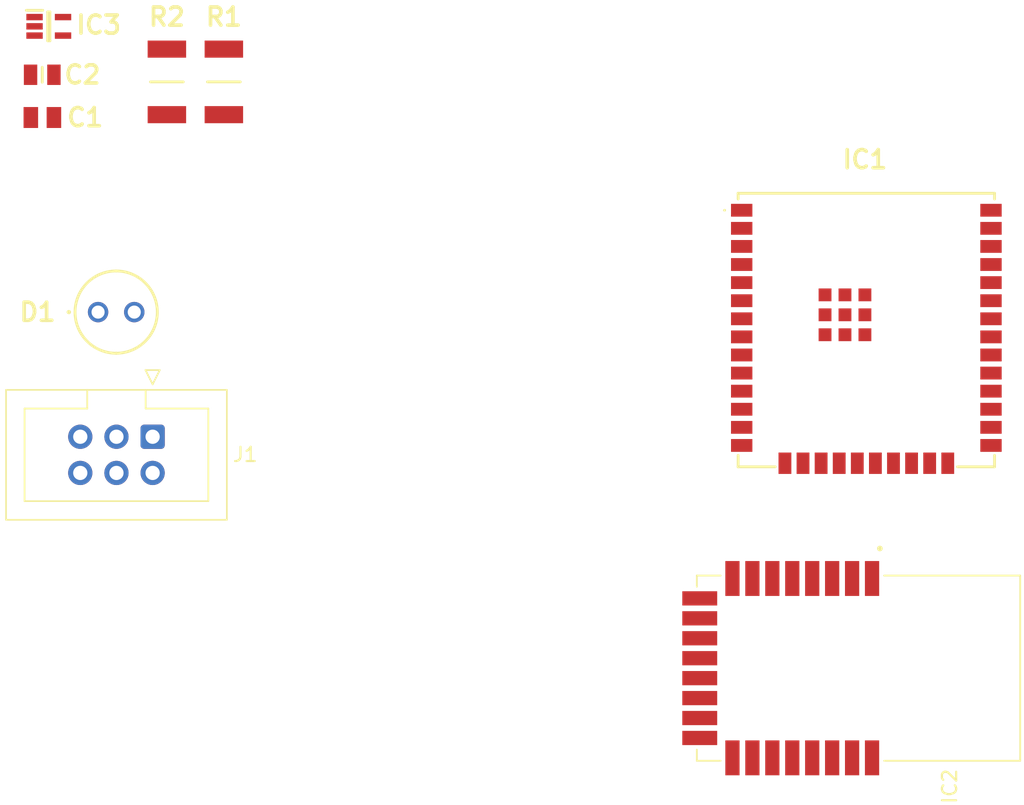
<source format=kicad_pcb>
(kicad_pcb (version 20221018) (generator pcbnew)
  (layers (0 "F.Cu" signal) (31 "B.Cu" signal) (34 "B.Paste" user) (35 "F.Paste" user) (36 "B.SilkS" user "B.Silkscreen") (37 "F.SilkS" user "F.Silkscreen") (38 "B.Mask" user) (39 "F.Mask" user) (44 "Edge.Cuts" user))
  (net 0 "")
  (net 1 "Net-(IC3-VIN)")
  (net 2 "GND")
  (net 3 "VDD")
  (net 4 "Net-(IC1-EN)")
  (net 7 "Net-(IC1-IO35)")
  (net 8 "Net-(IC1-IO32)")
  (net 9 "Net-(IC1-IO33)")
  (net 10 "Net-(IC1-IO25)")
  (net 11 "Net-(IC1-IO26)")
  (net 23 "Net-(IC1-IO2)")
  (net 24 "Net-(IC1-IO0)")
  (net 33 "Net-(IC1-RXD0)")
  (net 34 "Net-(IC1-TXD0)")
  (net 43 "Net-(IC2-GPIO3)")
  (net 47 "Net-(IC2-GPIO8)")
  (net 49 "Net-(D1-A)")
  (footprint "100kOhm_footprint:RESC5025X65N" (layer "F.Cu") (at 99.25 82.8 90)
    (fp_text reference "R2" (at 4.56 0 180) (layer "F.SilkS") (effects (font (size 1.27 1.27) (thickness 0.254))))
    (fp_text value "100k Ohm" hide)
    (fp_line (start 0 -1.15) (end 0 1.15) (stroke (width 0.2)) (layer "F.SilkS"))
    (pad "1" smd rect (at -2.3 0 90) (size 1.2 2.7) (layers "F.Cu" "F.Paste" "F.Mask") (net 43 "Net-(IC2-GPIO3)"))
    (pad "2" smd rect (at 2.3 0 90) (size 1.2 2.7) (layers "F.Cu" "F.Paste" "F.Mask") (net 49 "Net-(D1-A)"))
  )
  (footprint "dwm3000_footprint:XCVR_DWM3000TR13" (layer "F.Cu") (at 147.8 123.955 -90)
    (fp_text reference "IC2" (at 8.295 -6.4 90) (layer "F.SilkS"))
    (fp_text value "DWM3000TR13" hide)
    (fp_line (start -6.5 -11.35) (end 6.5 -11.35) (stroke (width 0.127)) (layer "F.SilkS"))
    (fp_line (start -6.5 -1.8) (end -6.5 -11.35) (stroke (width 0.127)) (layer "F.SilkS"))
    (fp_line (start -6.5 11.35) (end -6.5 9.68) (stroke (width 0.127)) (layer "F.SilkS"))
    (fp_line (start -5.72 11.35) (end -6.5 11.35) (stroke (width 0.127)) (layer "F.SilkS"))
    (fp_line (start 6.5 -11.35) (end 6.5 -1.8) (stroke (width 0.127)) (layer "F.SilkS"))
    (fp_line (start 6.5 9.68) (end 6.5 11.35) (stroke (width 0.127)) (layer "F.SilkS"))
    (fp_line (start 6.5 11.35) (end 5.72 11.35) (stroke (width 0.127)) (layer "F.SilkS"))
    (fp_circle (center -8.4 -1.5) (end -8.3 -1.5) (stroke (width 0.2)) (fill none) (layer "F.SilkS"))
    (pad "1" smd rect (at -6.295 -0.95 270) (size 2.45 1) (layers "F.Cu" "F.Paste" "F.Mask"))
    (pad "2" smd rect (at -6.295 0.45 270) (size 2.45 1) (layers "F.Cu" "F.Paste" "F.Mask"))
    (pad "3" smd rect (at -6.295 1.85 270) (size 2.45 1) (layers "F.Cu" "F.Paste" "F.Mask") (net 11 "Net-(IC1-IO26)"))
    (pad "4" smd rect (at -6.295 3.25 270) (size 2.45 1) (layers "F.Cu" "F.Paste" "F.Mask"))
    (pad "5" smd rect (at -6.295 4.65 270) (size 2.45 1) (layers "F.Cu" "F.Paste" "F.Mask") (net 3 "VDD"))
    (pad "6" smd rect (at -6.295 6.05 270) (size 2.45 1) (layers "F.Cu" "F.Paste" "F.Mask") (net 3 "VDD"))
    (pad "7" smd rect (at -6.295 7.45 270) (size 2.45 1) (layers "F.Cu" "F.Paste" "F.Mask") (net 3 "VDD"))
    (pad "8" smd rect (at -6.295 8.85 270) (size 2.45 1) (layers "F.Cu" "F.Paste" "F.Mask") (net 2 "GND"))
    (pad "9" smd rect (at -4.9 11.145 270) (size 1 2.45) (layers "F.Cu" "F.Paste" "F.Mask"))
    (pad "10" smd rect (at -3.5 11.145 270) (size 1 2.45) (layers "F.Cu" "F.Paste" "F.Mask"))
    (pad "11" smd rect (at -2.1 11.145 270) (size 1 2.45) (layers "F.Cu" "F.Paste" "F.Mask"))
    (pad "12" smd rect (at -0.7 11.145 270) (size 1 2.45) (layers "F.Cu" "F.Paste" "F.Mask") (net 43 "Net-(IC2-GPIO3)"))
    (pad "13" smd rect (at 0.7 11.145 270) (size 1 2.45) (layers "F.Cu" "F.Paste" "F.Mask"))
    (pad "14" smd rect (at 2.1 11.145 270) (size 1 2.45) (layers "F.Cu" "F.Paste" "F.Mask"))
    (pad "15" smd rect (at 3.5 11.145 270) (size 1 2.45) (layers "F.Cu" "F.Paste" "F.Mask"))
    (pad "16" smd rect (at 4.9 11.145 270) (size 1 2.45) (layers "F.Cu" "F.Paste" "F.Mask") (net 2 "GND"))
    (pad "17" smd rect (at 6.295 8.85 270) (size 2.45 1) (layers "F.Cu" "F.Paste" "F.Mask") (net 10 "Net-(IC1-IO25)"))
    (pad "18" smd rect (at 6.295 7.45 270) (size 2.45 1) (layers "F.Cu" "F.Paste" "F.Mask") (net 7 "Net-(IC1-IO35)"))
    (pad "19" smd rect (at 6.295 6.05 270) (size 2.45 1) (layers "F.Cu" "F.Paste" "F.Mask") (net 8 "Net-(IC1-IO32)"))
    (pad "20" smd rect (at 6.295 4.65 270) (size 2.45 1) (layers "F.Cu" "F.Paste" "F.Mask") (net 9 "Net-(IC1-IO33)"))
    (pad "21" smd rect (at 6.295 3.25 270) (size 2.45 1) (layers "F.Cu" "F.Paste" "F.Mask") (net 2 "GND"))
    (pad "22" smd rect (at 6.295 1.85 270) (size 2.45 1) (layers "F.Cu" "F.Paste" "F.Mask") (net 47 "Net-(IC2-GPIO8)"))
    (pad "23" smd rect (at 6.295 0.45 270) (size 2.45 1) (layers "F.Cu" "F.Paste" "F.Mask") (net 2 "GND"))
    (pad "24" smd rect (at 6.295 -0.95 270) (size 2.45 1) (layers "F.Cu" "F.Paste" "F.Mask") (net 2 "GND"))
  )
  (footprint "100nF_footprint:CAPC2012X94N" (layer "F.Cu") (at 90.51 85.3 180)
    (fp_text reference "C1" (at -3 0) (layer "F.SilkS") (effects (font (size 1.27 1.27) (thickness 0.254))))
    (fp_text value "100nF" hide)
    (pad "1" smd rect (at -0.81 0 180) (size 1.02 1.47) (layers "F.Cu" "F.Paste" "F.Mask") (net 1 "Net-(IC3-VIN)"))
    (pad "2" smd rect (at 0.81 0 180) (size 1.02 1.47) (layers "F.Cu" "F.Paste" "F.Mask") (net 2 "GND"))
  )
  (footprint "100kOhm_footprint:RESC5025X65N" (layer "F.Cu") (at 103.25 82.8 90)
    (fp_text reference "R1" (at 4.56 0 180) (layer "F.SilkS") (effects (font (size 1.27 1.27) (thickness 0.254))))
    (fp_text value "100k Ohm" hide)
    (fp_line (start 0 -1.15) (end 0 1.15) (stroke (width 0.2)) (layer "F.SilkS"))
    (pad "1" smd rect (at -2.3 0 90) (size 1.2 2.7) (layers "F.Cu" "F.Paste" "F.Mask") (net 47 "Net-(IC2-GPIO8)"))
    (pad "2" smd rect (at 2.3 0 90) (size 1.2 2.7) (layers "F.Cu" "F.Paste" "F.Mask") (net 23 "Net-(IC1-IO2)"))
  )
  (footprint "led_footprint:QED123A4R0" (layer "F.Cu") (at 94.42 98.96 180)
    (fp_text reference "D1" (at 4.25 0) (layer "F.SilkS") (effects (font (size 1.27 1.27) (thickness 0.254))))
    (fp_text value "LED" hide)
    (fp_line (start -1.27 -2.888) (end -1.27 -2.888) (stroke (width 0.2)) (layer "F.SilkS"))
    (fp_line (start -1.27 2.888) (end -1.27 2.888) (stroke (width 0.2)) (layer "F.SilkS"))
    (fp_line (start 2 0) (end 2 0) (stroke (width 0.2)) (layer "F.SilkS"))
    (fp_line (start 2.1 0) (end 2.1 0) (stroke (width 0.2)) (layer "F.SilkS"))
    (fp_arc (start -1.27 -2.888) (mid 1.618 0) (end -1.27 2.888) (stroke (width 0.2)) (layer "F.SilkS"))
    (fp_arc (start -1.27 2.888) (mid -4.158 0) (end -1.27 -2.888) (stroke (width 0.2)) (layer "F.SilkS"))
    (fp_arc (start 2 0) (mid 2.05 -0.05) (end 2.1 0) (stroke (width 0.2)) (layer "F.SilkS"))
    (fp_arc (start 2.1 0) (mid 2.05 0.05) (end 2 0) (stroke (width 0.2)) (layer "F.SilkS"))
    (pad "1" thru_hole circle (at 0 0 180) (size 1.431 1.431) (drill 0.92) (layers "*.Cu" "*.Mask") (net 2 "GND"))
    (pad "2" thru_hole circle (at -2.54 0 180) (size 1.431 1.431) (drill 0.92) (layers "*.Cu" "*.Mask") (net 49 "Net-(D1-A)"))
  )
  (footprint "esp32_footprint:ESP32WROOM32UEH4" (layer "F.Cu") (at 148.35 100.22)
    (fp_text reference "IC1" (at -0.1 -11.97) (layer "F.SilkS") (effects (font (size 1.27 1.27) (thickness 0.254))))
    (fp_text value "ESP32-WROOM-32UE-H4" hide)
    (fp_line (start -10 -8.41) (end -10 -8.41) (stroke (width 0.1)) (layer "F.SilkS"))
    (fp_line (start -9.9 -8.41) (end -9.9 -8.41) (stroke (width 0.1)) (layer "F.SilkS"))
    (fp_line (start -9 -9.6) (end 9 -9.6) (stroke (width 0.2)) (layer "F.SilkS"))
    (fp_line (start -9 -9.2) (end -9 -9.6) (stroke (width 0.2)) (layer "F.SilkS"))
    (fp_line (start -9 8.8) (end -9 9.6) (stroke (width 0.2)) (layer "F.SilkS"))
    (fp_line (start -9 9.6) (end -6.4 9.6) (stroke (width 0.2)) (layer "F.SilkS"))
    (fp_line (start 6.4 9.6) (end 9 9.6) (stroke (width 0.2)) (layer "F.SilkS"))
    (fp_line (start 9 -9.6) (end 9 -9.2) (stroke (width 0.2)) (layer "F.SilkS"))
    (fp_line (start 9 9.6) (end 9 8.8) (stroke (width 0.2)) (layer "F.SilkS"))
    (fp_arc (start -10 -8.41) (mid -9.95 -8.46) (end -9.9 -8.41) (stroke (width 0.1)) (layer "F.SilkS"))
    (fp_arc (start -9.9 -8.41) (mid -9.95 -8.36) (end -10 -8.41) (stroke (width 0.1)) (layer "F.SilkS"))
    (pad "1" smd rect (at -8.75 -8.41 90) (size 0.9 1.5) (layers "F.Cu" "F.Paste" "F.Mask") (net 2 "GND"))
    (pad "2" smd rect (at -8.75 -7.14 90) (size 0.9 1.5) (layers "F.Cu" "F.Paste" "F.Mask") (net 3 "VDD"))
    (pad "3" smd rect (at -8.75 -5.87 90) (size 0.9 1.5) (layers "F.Cu" "F.Paste" "F.Mask") (net 4 "Net-(IC1-EN)"))
    (pad "4" smd rect (at -8.75 -4.6 90) (size 0.9 1.5) (layers "F.Cu" "F.Paste" "F.Mask"))
    (pad "5" smd rect (at -8.75 -3.33 90) (size 0.9 1.5) (layers "F.Cu" "F.Paste" "F.Mask"))
    (pad "6" smd rect (at -8.75 -2.06 90) (size 0.9 1.5) (layers "F.Cu" "F.Paste" "F.Mask") (net 2 "GND"))
    (pad "7" smd rect (at -8.75 -0.79 90) (size 0.9 1.5) (layers "F.Cu" "F.Paste" "F.Mask") (net 7 "Net-(IC1-IO35)"))
    (pad "8" smd rect (at -8.75 0.48 90) (size 0.9 1.5) (layers "F.Cu" "F.Paste" "F.Mask") (net 8 "Net-(IC1-IO32)"))
    (pad "9" smd rect (at -8.75 1.75 90) (size 0.9 1.5) (layers "F.Cu" "F.Paste" "F.Mask") (net 9 "Net-(IC1-IO33)"))
    (pad "10" smd rect (at -8.75 3.02 90) (size 0.9 1.5) (layers "F.Cu" "F.Paste" "F.Mask") (net 10 "Net-(IC1-IO25)"))
    (pad "11" smd rect (at -8.75 4.29 90) (size 0.9 1.5) (layers "F.Cu" "F.Paste" "F.Mask") (net 11 "Net-(IC1-IO26)"))
    (pad "12" smd rect (at -8.75 5.56 90) (size 0.9 1.5) (layers "F.Cu" "F.Paste" "F.Mask"))
    (pad "13" smd rect (at -8.75 6.83 90) (size 0.9 1.5) (layers "F.Cu" "F.Paste" "F.Mask"))
    (pad "14" smd rect (at -8.75 8.1 90) (size 0.9 1.5) (layers "F.Cu" "F.Paste" "F.Mask"))
    (pad "15" smd rect (at -5.715 9.35) (size 0.9 1.5) (layers "F.Cu" "F.Paste" "F.Mask") (net 2 "GND"))
    (pad "16" smd rect (at -4.445 9.35) (size 0.9 1.5) (layers "F.Cu" "F.Paste" "F.Mask"))
    (pad "17" smd rect (at -3.175 9.35) (size 0.9 1.5) (layers "F.Cu" "F.Paste" "F.Mask"))
    (pad "18" smd rect (at -1.905 9.35) (size 0.9 1.5) (layers "F.Cu" "F.Paste" "F.Mask"))
    (pad "19" smd rect (at -0.635 9.35) (size 0.9 1.5) (layers "F.Cu" "F.Paste" "F.Mask"))
    (pad "20" smd rect (at 0.635 9.35) (size 0.9 1.5) (layers "F.Cu" "F.Paste" "F.Mask"))
    (pad "21" smd rect (at 1.905 9.35) (size 0.9 1.5) (layers "F.Cu" "F.Paste" "F.Mask"))
    (pad "22" smd rect (at 3.175 9.35) (size 0.9 1.5) (layers "F.Cu" "F.Paste" "F.Mask"))
    (pad "23" smd rect (at 4.445 9.35) (size 0.9 1.5) (layers "F.Cu" "F.Paste" "F.Mask"))
    (pad "24" smd rect (at 5.715 9.35) (size 0.9 1.5) (layers "F.Cu" "F.Paste" "F.Mask") (net 23 "Net-(IC1-IO2)"))
    (pad "25" smd rect (at 8.75 8.1 90) (size 0.9 1.5) (layers "F.Cu" "F.Paste" "F.Mask") (net 24 "Net-(IC1-IO0)"))
    (pad "26" smd rect (at 8.75 6.83 90) (size 0.9 1.5) (layers "F.Cu" "F.Paste" "F.Mask"))
    (pad "27" smd rect (at 8.75 5.56 90) (size 0.9 1.5) (layers "F.Cu" "F.Paste" "F.Mask"))
    (pad "28" smd rect (at 8.75 4.29 90) (size 0.9 1.5) (layers "F.Cu" "F.Paste" "F.Mask"))
    (pad "29" smd rect (at 8.75 3.02 90) (size 0.9 1.5) (layers "F.Cu" "F.Paste" "F.Mask"))
    (pad "30" smd rect (at 8.75 1.75 90) (size 0.9 1.5) (layers "F.Cu" "F.Paste" "F.Mask"))
    (pad "31" smd rect (at 8.75 0.48 90) (size 0.9 1.5) (layers "F.Cu" "F.Paste" "F.Mask"))
    (pad "32" smd rect (at 8.75 -0.79 90) (size 0.9 1.5) (layers "F.Cu" "F.Paste" "F.Mask"))
    (pad "33" smd rect (at 8.75 -2.06 90) (size 0.9 1.5) (layers "F.Cu" "F.Paste" "F.Mask"))
    (pad "34" smd rect (at 8.75 -3.33 90) (size 0.9 1.5) (layers "F.Cu" "F.Paste" "F.Mask") (net 33 "Net-(IC1-RXD0)"))
    (pad "35" smd rect (at 8.75 -4.6 90) (size 0.9 1.5) (layers "F.Cu" "F.Paste" "F.Mask") (net 34 "Net-(IC1-TXD0)"))
    (pad "36" smd rect (at 8.75 -5.87 90) (size 0.9 1.5) (layers "F.Cu" "F.Paste" "F.Mask"))
    (pad "37" smd rect (at 8.75 -7.14 90) (size 0.9 1.5) (layers "F.Cu" "F.Paste" "F.Mask"))
    (pad "38" smd rect (at 8.75 -8.41 90) (size 0.9 1.5) (layers "F.Cu" "F.Paste" "F.Mask") (net 2 "GND"))
    (pad "39" smd rect (at -1.5 -1.07) (size 0.9 0.9) (layers "F.Cu" "F.Paste" "F.Mask") (net 2 "GND"))
    (pad "40" smd rect (at -2.9 -2.47) (size 0.9 0.9) (layers "F.Cu" "F.Paste" "F.Mask") (net 2 "GND"))
    (pad "41" smd rect (at -2.9 -1.07) (size 0.9 0.9) (layers "F.Cu" "F.Paste" "F.Mask") (net 2 "GND"))
    (pad "42" smd rect (at -2.9 0.33) (size 0.9 0.9) (layers "F.Cu" "F.Paste" "F.Mask") (net 2 "GND"))
    (pad "43" smd rect (at -1.5 0.33) (size 0.9 0.9) (layers "F.Cu" "F.Paste" "F.Mask") (net 2 "GND"))
    (pad "44" smd rect (at -0.1 0.33) (size 0.9 0.9) (layers "F.Cu" "F.Paste" "F.Mask") (net 2 "GND"))
    (pad "45" smd rect (at -0.1 -1.07) (size 0.9 0.9) (layers "F.Cu" "F.Paste" "F.Mask") (net 2 "GND"))
    (pad "46" smd rect (at -0.1 -2.47) (size 0.9 0.9) (layers "F.Cu" "F.Paste" "F.Mask") (net 2 "GND"))
    (pad "47" smd rect (at -1.5 -2.47) (size 0.9 0.9) (layers "F.Cu" "F.Paste" "F.Mask") (net 2 "GND"))
  )
  (footprint "10uF_footprint:CAPC2012X140N" (layer "F.Cu") (at 90.5 82.3)
    (fp_text reference "C2" (at 2.82 0) (layer "F.SilkS") (effects (font (size 1.27 1.27) (thickness 0.254))))
    (fp_text value "10uF" hide)
    (fp_line (start 0 -0.525) (end 0 0.525) (stroke (width 0.2)) (layer "F.SilkS"))
    (pad "1" smd rect (at -0.82 0) (size 0.94 1.43) (layers "F.Cu" "F.Paste" "F.Mask") (net 3 "VDD"))
    (pad "2" smd rect (at 0.82 0) (size 0.94 1.43) (layers "F.Cu" "F.Paste" "F.Mask") (net 2 "GND"))
  )
  (footprint "footprint:SOT65P210X110-5N" (layer "F.Cu") (at 90.96 78.9)
    (fp_text reference "IC3" (at 3.5 -0.1) (layer "F.SilkS") (effects (font (size 1.27 1.27) (thickness 0.254))))
    (fp_text value "TC1017-3.3VLTTR" hide)
    (fp_line (start -1.575 -1.125) (end -0.425 -1.125) (stroke (width 0.2)) (layer "F.SilkS"))
    (fp_line (start -0.075 -1.012) (end 0.075 -1.012) (stroke (width 0.2)) (layer "F.SilkS"))
    (fp_line (start -0.075 1.012) (end -0.075 -1.012) (stroke (width 0.2)) (layer "F.SilkS"))
    (fp_line (start 0.075 -1.012) (end 0.075 1.012) (stroke (width 0.2)) (layer "F.SilkS"))
    (fp_line (start 0.075 1.012) (end -0.075 1.012) (stroke (width 0.2)) (layer "F.SilkS"))
    (pad "1" smd rect (at -1 -0.65 90) (size 0.45 1.15) (layers "F.Cu" "F.Paste" "F.Mask") (net 1 "Net-(IC3-VIN)"))
    (pad "2" smd rect (at -1 0 90) (size 0.45 1.15) (layers "F.Cu" "F.Paste" "F.Mask"))
    (pad "3" smd rect (at -1 0.65 90) (size 0.45 1.15) (layers "F.Cu" "F.Paste" "F.Mask") (net 2 "GND"))
    (pad "4" smd rect (at 1 0.65 90) (size 0.45 1.15) (layers "F.Cu" "F.Paste" "F.Mask") (net 3 "VDD"))
    (pad "5" smd rect (at 1 -0.65 90) (size 0.45 1.15) (layers "F.Cu" "F.Paste" "F.Mask") (net 1 "Net-(IC3-VIN)"))
  )
  (footprint "Connector_IDC:IDC-Header_2x03_P2.54mm_Vertical" (layer "F.Cu") (at 98.25 107.71 -90)
    (fp_text reference "J1" (at 1.25 -6.5 -180) (layer "F.SilkS"))
    (fp_text value "Conn_02x03_Counter_Clockwise" hide)
    (fp_line (start -4.68 -0.5) (end -4.68 0.5) (stroke (width 0.12)) (layer "F.SilkS"))
    (fp_line (start -4.68 0.5) (end -3.68 0) (stroke (width 0.12)) (layer "F.SilkS"))
    (fp_line (start -3.68 0) (end -4.68 -0.5) (stroke (width 0.12)) (layer "F.SilkS"))
    (fp_line (start -3.29 -5.21) (end 5.83 -5.21) (stroke (width 0.12)) (layer "F.SilkS"))
    (fp_line (start -3.29 0.49) (end -1.98 0.49) (stroke (width 0.12)) (layer "F.SilkS"))
    (fp_line (start -3.29 10.29) (end -3.29 -5.21) (stroke (width 0.12)) (layer "F.SilkS"))
    (fp_line (start -1.98 -3.91) (end 4.52 -3.91) (stroke (width 0.12)) (layer "F.SilkS"))
    (fp_line (start -1.98 0.49) (end -1.98 -3.91) (stroke (width 0.12)) (layer "F.SilkS"))
    (fp_line (start -1.98 4.59) (end -3.29 4.59) (stroke (width 0.12)) (layer "F.SilkS"))
    (fp_line (start -1.98 4.59) (end -1.98 4.59) (stroke (width 0.12)) (layer "F.SilkS"))
    (fp_line (start -1.98 8.99) (end -1.98 4.59) (stroke (width 0.12)) (layer "F.SilkS"))
    (fp_line (start 4.52 -3.91) (end 4.52 8.99) (stroke (width 0.12)) (layer "F.SilkS"))
    (fp_line (start 4.52 8.99) (end -1.98 8.99) (stroke (width 0.12)) (layer "F.SilkS"))
    (fp_line (start 5.83 -5.21) (end 5.83 10.29) (stroke (width 0.12)) (layer "F.SilkS"))
    (fp_line (start 5.83 10.29) (end -3.29 10.29) (stroke (width 0.12)) (layer "F.SilkS"))
    (pad "1" thru_hole roundrect (at 0 0 270) (size 1.7 1.7) (drill 1) (layers "*.Cu" "*.Mask") (roundrect_rratio 0.147059) (net 34 "Net-(IC1-TXD0)"))
    (pad "2" thru_hole circle (at 2.54 0 270) (size 1.7 1.7) (drill 1) (layers "*.Cu" "*.Mask") (net 33 "Net-(IC1-RXD0)"))
    (pad "3" thru_hole circle (at 0 2.54 270) (size 1.7 1.7) (drill 1) (layers "*.Cu" "*.Mask") (net 2 "GND"))
    (pad "4" thru_hole circle (at 2.54 2.54 270) (size 1.7 1.7) (drill 1) (layers "*.Cu" "*.Mask") (net 1 "Net-(IC3-VIN)"))
    (pad "5" thru_hole circle (at 0 5.08 270) (size 1.7 1.7) (drill 1) (layers "*.Cu" "*.Mask") (net 24 "Net-(IC1-IO0)"))
    (pad "6" thru_hole circle (at 2.54 5.08 270) (size 1.7 1.7) (drill 1) (layers "*.Cu" "*.Mask") (net 4 "Net-(IC1-EN)"))
  )
)
</source>
